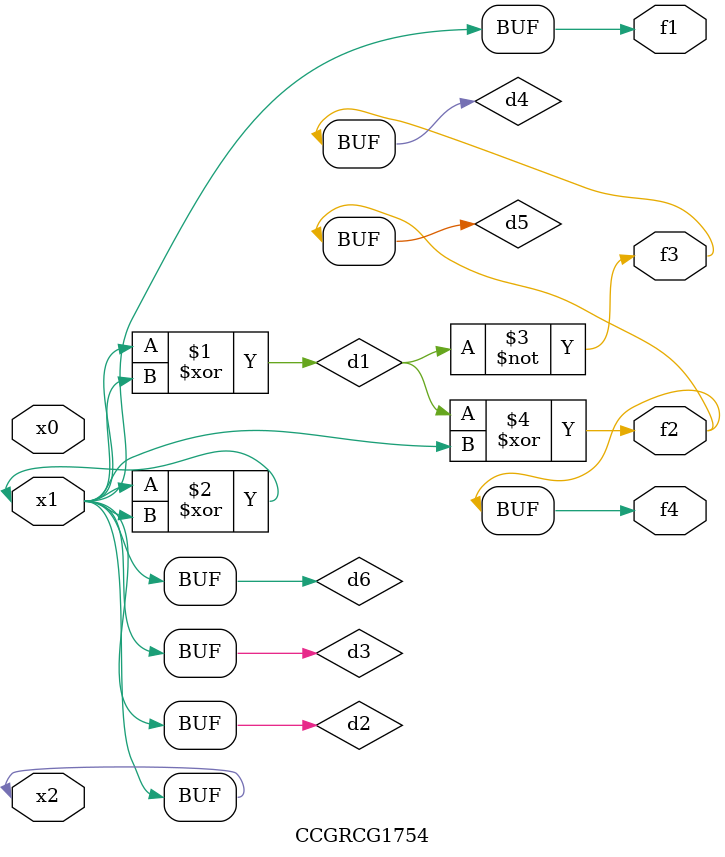
<source format=v>
module CCGRCG1754(
	input x0, x1, x2,
	output f1, f2, f3, f4
);

	wire d1, d2, d3, d4, d5, d6;

	xor (d1, x1, x2);
	buf (d2, x1, x2);
	xor (d3, x1, x2);
	nor (d4, d1);
	xor (d5, d1, d2);
	buf (d6, d2, d3);
	assign f1 = d6;
	assign f2 = d5;
	assign f3 = d4;
	assign f4 = d5;
endmodule

</source>
